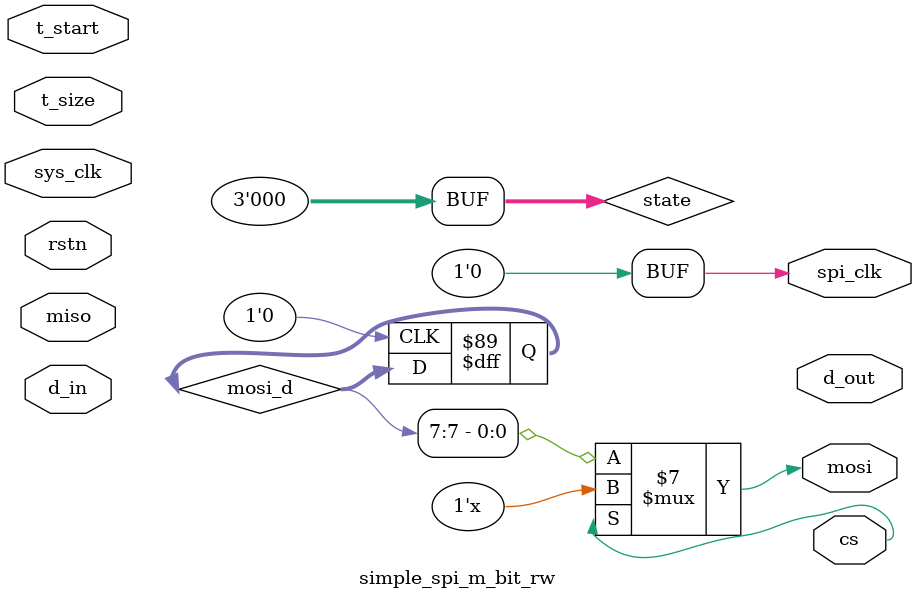
<source format=sv>

module simple_spi_m_bit_rw
#(
	parameter reg_width = 8
)
(
	// System side
	input rstn,
	input sys_clk,
	input t_start,
	input [reg_width-1:0] d_in,
	input [counter_width:0] t_size,
	output reg [reg_width-1:0] d_out,

	// SPI side
	input miso,
	output wire mosi,
	output wire spi_clk,
	output reg cs
);
	parameter counter_width = $clog2(reg_width);
	parameter reset = 0, idle = 1, load = 2, transact = 3, unload = 4;

	reg [reg_width-1:0] mosi_d;
	reg [reg_width-1:0] miso_d;
	reg [counter_width:0] count;
	reg [2:0] state;

	// begin state machine
	always @(state)
	begin
		case (state)
			reset:
			begin
				d_out <= 0;
				miso_d <= 0;
				mosi_d <= 0;
				count <= 0;
				cs <= 1;
			end
			idle:
			begin
				d_out <= d_out;
				miso_d <= 0;
				mosi_d <= 0;
				count <= 0;
				cs <= 1;
			end
			load:
			begin
				d_out <= d_out;
				miso_d <= 0;
				mosi_d <= d_in;
				count <= t_size;
				cs <= 0;
			end
			transact:
			begin
				cs <= 0;
			end
			unload:
			begin
				d_out <= miso_d;
				miso_d <= 0;
				mosi_d <= 0;
				count <= count;
				cs <= 0;
			end

			default:
				state = reset;
		endcase
	end
	
	always @(posedge sys_clk)
	begin
		if (!rstn)
			state = reset;
		else
			case (state)
				reset:
					if (t_start)
						state = load;
					else
						state = idle;
				idle:
					if (t_start)
						state = load;
				load:
					if (count != 0)
						state = transact;
					else
						state = reset;
				transact:
					if (count != 0)
						state = transact;
					else
						state = unload;
				unload:
                  if (t_start)
						state = load;
					else
						state = idle;
			endcase
	end
	// end state machine

	// begin SPI logic

	assign mosi = ( ~cs ) ? mosi_d[reg_width-1] : 1'bz;
	assign spi_clk = ( state == transact ) ? sys_clk : 1'b0;
	
	// Shift Data
	always @(posedge spi_clk)
	begin
		if ( state == transact )
			miso_d <= {miso_d[reg_width-2:0], miso};
	end

	always @(negedge spi_clk)
	begin
		if ( state == transact )
		begin
			mosi_d <= {mosi_d[reg_width-2:0], 1'b0};
			count <= count-1;
		end
	end
	// end SPI logic

endmodule

</source>
